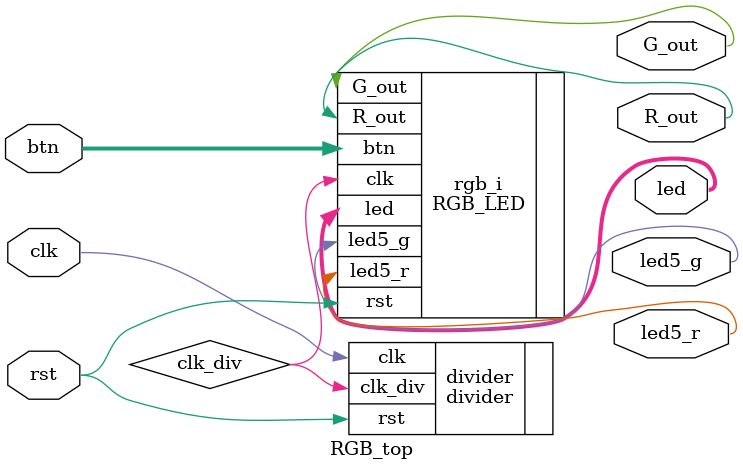
<source format=v>
module RGB_top (
    clk,
    rst,
    btn,
    R_out,
    G_out,
    led5_g,
    led5_r,
    led
);

    input       clk;
    input       rst;
    input  [3:0]     btn;
    output			R_out;
    output			G_out;
    output     led5_g;
    output     led5_r;
    output  [3:0] led;

  wire [7:0] R_time, G_time, B_time;
  wire clk_div;

 /* Decoder dec_i (
    .sw ( sw ),
    .R_time_out ( R_time ),
    .G_time_out ( G_time ),
    .B_time_out ( B_time )
  );*/

  RGB_LED rgb_i (
    .clk ( clk_div ),
    .rst ( rst ),
    .btn(btn),
    .R_out ( R_out ),
    .G_out ( G_out ),
    .led5_g(led5_g),
    .led5_r(led5_r),
    .led(led)
  );
  
  divider divider(
  .clk(clk),
  .rst(rst),
  .clk_div(clk_div)
);
  
endmodule // RGB_top

</source>
